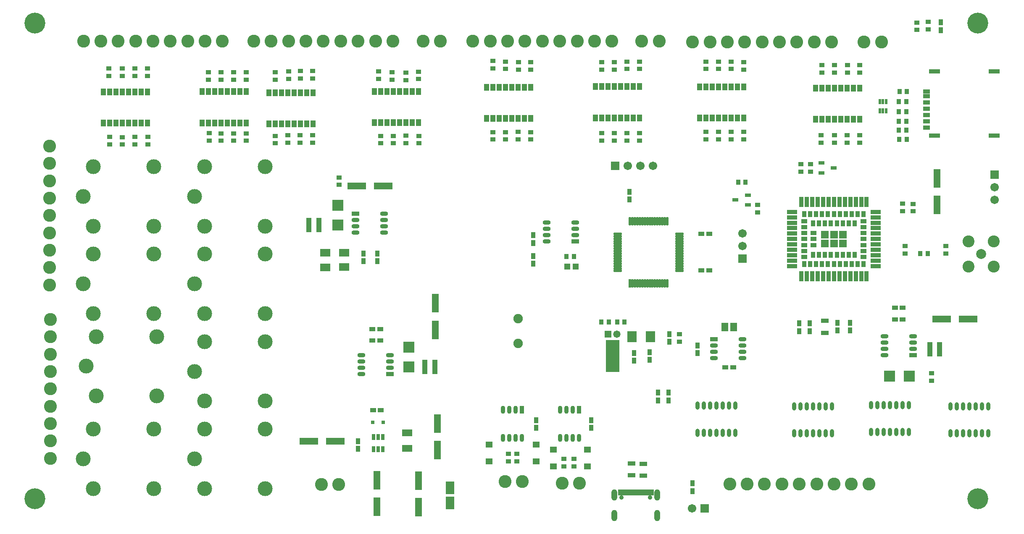
<source format=gts>
G04*
G04 #@! TF.GenerationSoftware,Altium Limited,Altium Designer,23.10.1 (27)*
G04*
G04 Layer_Color=8388736*
%FSLAX25Y25*%
%MOIN*%
G70*
G04*
G04 #@! TF.SameCoordinates,EE2D7E3A-8854-4FD1-8856-1E75453D7B45*
G04*
G04*
G04 #@! TF.FilePolarity,Negative*
G04*
G01*
G75*
%ADD60R,0.05524X0.05131*%
%ADD61R,0.03800X0.04800*%
%ADD62O,0.01981X0.07099*%
%ADD63R,0.01981X0.07099*%
%ADD64O,0.07099X0.01981*%
%ADD65O,0.06300X0.03300*%
%ADD66R,0.06300X0.03300*%
%ADD67R,0.03556X0.04147*%
%ADD68R,0.05131X0.04737*%
%ADD69R,0.04147X0.03556*%
%ADD70R,0.04800X0.03800*%
%ADD71R,0.06115X0.03359*%
%ADD72R,0.08674X0.08674*%
%ADD73O,0.03162X0.06509*%
%ADD74R,0.07493X0.08674*%
%ADD75R,0.10800X0.25800*%
%ADD76O,0.03300X0.06300*%
%ADD77R,0.03300X0.06300*%
%ADD78R,0.03162X0.04540*%
%ADD79R,0.03123X0.02572*%
%ADD80R,0.03950X0.11824*%
%ADD81R,0.05524X0.14580*%
%ADD82R,0.08083X0.05918*%
%ADD83R,0.14580X0.05524*%
%ADD84R,0.04737X0.03162*%
%ADD85R,0.03556X0.07887*%
%ADD86R,0.07887X0.03556*%
%ADD87R,0.03556X0.04737*%
%ADD88R,0.04737X0.03556*%
%ADD89R,0.05918X0.05918*%
%ADD90R,0.05642X0.03359*%
%ADD91R,0.09068X0.03556*%
%ADD92R,0.03950X0.05524*%
%ADD93R,0.06902X0.10446*%
%ADD94R,0.08083X0.05524*%
%ADD95R,0.08674X0.08674*%
%ADD96R,0.05721X0.06706*%
%ADD97R,0.01981X0.04737*%
%ADD98R,0.02375X0.04147*%
%ADD99C,0.10249*%
%ADD100C,0.05800*%
%ADD101R,0.05800X0.05800*%
%ADD102C,0.11800*%
%ADD103C,0.16548*%
%ADD104C,0.06706*%
%ADD105R,0.06706X0.06706*%
%ADD106C,0.07480*%
%ADD107R,0.06706X0.06706*%
%ADD108C,0.09461*%
%ADD109C,0.07887*%
%ADD110O,0.04737X0.09068*%
%ADD111C,0.03438*%
D60*
X431000Y45500D02*
D03*
Y58827D02*
D03*
X458000Y45500D02*
D03*
Y58827D02*
D03*
X417500Y62827D02*
D03*
X380000D02*
D03*
Y49500D02*
D03*
X417500D02*
D03*
D61*
X415000Y222902D02*
D03*
Y229098D02*
D03*
Y212500D02*
D03*
Y206402D02*
D03*
X666500Y153402D02*
D03*
Y159500D02*
D03*
X656500Y153402D02*
D03*
Y159500D02*
D03*
X634500Y159098D02*
D03*
Y152902D02*
D03*
X626000Y159000D02*
D03*
Y152803D02*
D03*
X523000Y150500D02*
D03*
Y144402D02*
D03*
X545500Y135402D02*
D03*
Y141500D02*
D03*
X514000Y97902D02*
D03*
Y104098D02*
D03*
X507500Y136098D02*
D03*
Y130000D02*
D03*
X495000Y135500D02*
D03*
Y129402D02*
D03*
X417500Y76000D02*
D03*
Y82098D02*
D03*
X461000Y76000D02*
D03*
Y82098D02*
D03*
X276000Y59402D02*
D03*
Y65598D02*
D03*
X280500Y214598D02*
D03*
Y208402D02*
D03*
X291500D02*
D03*
Y214598D02*
D03*
X738500Y398098D02*
D03*
Y391902D02*
D03*
X522500Y97902D02*
D03*
Y104098D02*
D03*
X491500Y263598D02*
D03*
Y257500D02*
D03*
X541500Y25902D02*
D03*
Y32098D02*
D03*
D62*
X499717Y190847D02*
D03*
X493811D02*
D03*
X495780D02*
D03*
X497748D02*
D03*
X501685D02*
D03*
X503653D02*
D03*
X505622D02*
D03*
X507590D02*
D03*
X509559D02*
D03*
X511527D02*
D03*
X521370Y240059D02*
D03*
X519402D02*
D03*
X517433D02*
D03*
X515465D02*
D03*
X513496D02*
D03*
X511527D02*
D03*
X509559D02*
D03*
X507590D02*
D03*
X505622D02*
D03*
X503653D02*
D03*
X501685D02*
D03*
X499717D02*
D03*
X497748D02*
D03*
X495780D02*
D03*
X491843D02*
D03*
X515465Y190847D02*
D03*
X519402D02*
D03*
X517433D02*
D03*
X521370D02*
D03*
X493811Y240059D02*
D03*
X513496Y190847D02*
D03*
D63*
X491843D02*
D03*
D64*
X531213Y200689D02*
D03*
Y204626D02*
D03*
Y206594D02*
D03*
Y208563D02*
D03*
Y210531D02*
D03*
Y212500D02*
D03*
Y214469D02*
D03*
Y216437D02*
D03*
Y218406D02*
D03*
Y220374D02*
D03*
Y222342D02*
D03*
Y224311D02*
D03*
Y226279D02*
D03*
Y230217D02*
D03*
X482000D02*
D03*
Y228248D02*
D03*
Y226279D02*
D03*
Y224311D02*
D03*
Y222342D02*
D03*
Y220374D02*
D03*
Y218406D02*
D03*
Y216437D02*
D03*
Y214469D02*
D03*
Y212500D02*
D03*
Y210531D02*
D03*
Y208563D02*
D03*
Y206594D02*
D03*
Y204626D02*
D03*
Y200689D02*
D03*
Y202658D02*
D03*
X531213Y228248D02*
D03*
Y202658D02*
D03*
D65*
X425862Y234000D02*
D03*
Y224000D02*
D03*
Y239000D02*
D03*
X448500Y234000D02*
D03*
X425862Y229000D02*
D03*
X448500D02*
D03*
Y239000D02*
D03*
X716500Y143662D02*
D03*
Y138662D02*
D03*
X693862Y133662D02*
D03*
Y138662D02*
D03*
Y143662D02*
D03*
Y148662D02*
D03*
X716500D02*
D03*
X581000Y136500D02*
D03*
Y146500D02*
D03*
Y131500D02*
D03*
X558362Y136500D02*
D03*
X581000Y141500D02*
D03*
X558362Y131500D02*
D03*
Y141500D02*
D03*
X301500Y128662D02*
D03*
Y123662D02*
D03*
X278862Y118662D02*
D03*
Y123662D02*
D03*
Y128662D02*
D03*
Y133662D02*
D03*
X301500D02*
D03*
X296638Y236000D02*
D03*
Y246000D02*
D03*
Y231000D02*
D03*
X274000Y236000D02*
D03*
Y231000D02*
D03*
X296638Y241000D02*
D03*
X274000D02*
D03*
D66*
X448500Y224000D02*
D03*
X716500Y133662D02*
D03*
X558362Y146500D02*
D03*
X301500Y118662D02*
D03*
X274000Y246000D02*
D03*
D67*
X447405Y212000D02*
D03*
X441500D02*
D03*
X577595Y271000D02*
D03*
X583500D02*
D03*
X705000Y327000D02*
D03*
X710906D02*
D03*
X711000Y335000D02*
D03*
X705094D02*
D03*
X705594Y343000D02*
D03*
X711500D02*
D03*
X705000Y319500D02*
D03*
X710906D02*
D03*
X705000Y312500D02*
D03*
X710906D02*
D03*
X705500Y305000D02*
D03*
X711406D02*
D03*
X469000Y160000D02*
D03*
X487500D02*
D03*
X722000Y214500D02*
D03*
X727906D02*
D03*
X474905Y160000D02*
D03*
X481595D02*
D03*
D68*
X442000Y204000D02*
D03*
X448693D02*
D03*
D69*
X731000Y113594D02*
D03*
Y119500D02*
D03*
X531000Y144595D02*
D03*
Y150500D02*
D03*
X402000Y55500D02*
D03*
Y49595D02*
D03*
X395500Y55500D02*
D03*
Y49595D02*
D03*
X261000Y274905D02*
D03*
Y269000D02*
D03*
X109500Y307000D02*
D03*
Y301095D02*
D03*
X99000Y307000D02*
D03*
Y301095D02*
D03*
X89000Y306906D02*
D03*
Y301000D02*
D03*
X79000Y307000D02*
D03*
Y301095D02*
D03*
X158000Y310000D02*
D03*
Y304095D02*
D03*
X167500Y309906D02*
D03*
Y304000D02*
D03*
X177500Y309906D02*
D03*
Y304000D02*
D03*
X187500Y309906D02*
D03*
Y304000D02*
D03*
X210500Y307906D02*
D03*
Y302000D02*
D03*
X220500Y308405D02*
D03*
Y302500D02*
D03*
X230000Y308405D02*
D03*
Y302500D02*
D03*
X240000Y308405D02*
D03*
Y302500D02*
D03*
X294000Y307906D02*
D03*
Y302000D02*
D03*
X304000Y307906D02*
D03*
Y302000D02*
D03*
X314000Y308000D02*
D03*
Y302095D02*
D03*
X324500Y307906D02*
D03*
Y302000D02*
D03*
X413000Y310906D02*
D03*
Y305000D02*
D03*
X403000Y311000D02*
D03*
Y305095D02*
D03*
X393000Y310906D02*
D03*
Y305000D02*
D03*
X383000Y310906D02*
D03*
Y305000D02*
D03*
X499500Y310000D02*
D03*
Y304095D02*
D03*
X489500Y310000D02*
D03*
Y304095D02*
D03*
X479500Y310000D02*
D03*
Y304095D02*
D03*
X469500Y310000D02*
D03*
Y304095D02*
D03*
X582000Y311000D02*
D03*
Y305095D02*
D03*
X572000Y311000D02*
D03*
Y305095D02*
D03*
X562000Y311000D02*
D03*
Y305095D02*
D03*
X552000Y311000D02*
D03*
Y305095D02*
D03*
X593000Y247094D02*
D03*
Y253000D02*
D03*
X627500Y279500D02*
D03*
Y285405D02*
D03*
X635000Y279500D02*
D03*
Y285405D02*
D03*
X674000Y308500D02*
D03*
Y302594D02*
D03*
X664000Y308500D02*
D03*
Y302594D02*
D03*
X654000Y308500D02*
D03*
Y302594D02*
D03*
X643500Y308500D02*
D03*
Y302594D02*
D03*
X716500Y253906D02*
D03*
Y248000D02*
D03*
X708000Y254000D02*
D03*
Y248095D02*
D03*
X728500Y398406D02*
D03*
Y392500D02*
D03*
X719500Y397905D02*
D03*
Y392000D02*
D03*
X644000Y364000D02*
D03*
Y358095D02*
D03*
X654000Y364000D02*
D03*
Y358095D02*
D03*
X664500Y364000D02*
D03*
Y358095D02*
D03*
X674000Y364000D02*
D03*
Y358095D02*
D03*
X552000Y366905D02*
D03*
Y361000D02*
D03*
X562000Y366905D02*
D03*
Y361000D02*
D03*
X572000Y366905D02*
D03*
Y361000D02*
D03*
X582000Y366500D02*
D03*
Y360595D02*
D03*
X469500Y366406D02*
D03*
Y360500D02*
D03*
X479500Y366406D02*
D03*
Y360500D02*
D03*
X489500Y366905D02*
D03*
Y361000D02*
D03*
X499500Y366905D02*
D03*
Y361000D02*
D03*
X383000Y367500D02*
D03*
Y361595D02*
D03*
X393000Y366905D02*
D03*
Y361000D02*
D03*
X403500Y366406D02*
D03*
Y360500D02*
D03*
X413000Y366406D02*
D03*
Y360500D02*
D03*
X292500Y359000D02*
D03*
Y353095D02*
D03*
X303000Y358500D02*
D03*
Y352594D02*
D03*
X314000Y358000D02*
D03*
Y352095D02*
D03*
X324000Y358906D02*
D03*
Y353000D02*
D03*
X210500Y358500D02*
D03*
Y352594D02*
D03*
X221000Y359000D02*
D03*
Y353095D02*
D03*
X230500Y359405D02*
D03*
Y353500D02*
D03*
X240000Y359405D02*
D03*
Y353500D02*
D03*
X187500Y358405D02*
D03*
Y352500D02*
D03*
X177500Y358405D02*
D03*
Y352500D02*
D03*
X167500Y358500D02*
D03*
Y352594D02*
D03*
X157500Y358500D02*
D03*
Y352594D02*
D03*
X109000Y361405D02*
D03*
Y355500D02*
D03*
X99000Y361405D02*
D03*
Y355500D02*
D03*
X89000Y361500D02*
D03*
Y355594D02*
D03*
X78500Y361500D02*
D03*
Y355594D02*
D03*
X742500Y220406D02*
D03*
X710000D02*
D03*
X447500Y45594D02*
D03*
Y51500D02*
D03*
X439500Y45594D02*
D03*
Y51500D02*
D03*
X710000Y214500D02*
D03*
X742500D02*
D03*
D70*
X708098Y171500D02*
D03*
X701902D02*
D03*
X708098Y162000D02*
D03*
X701902D02*
D03*
X573598Y124000D02*
D03*
X567500D02*
D03*
X287902Y90000D02*
D03*
X294098D02*
D03*
X287402Y145500D02*
D03*
X293598D02*
D03*
X287500Y154500D02*
D03*
X293697D02*
D03*
X554598Y230000D02*
D03*
Y201000D02*
D03*
X548500Y230000D02*
D03*
Y201000D02*
D03*
D71*
X646500Y151551D02*
D03*
Y161000D02*
D03*
X502500Y38000D02*
D03*
Y47449D02*
D03*
X493000Y38500D02*
D03*
Y47949D02*
D03*
D72*
X713500Y117000D02*
D03*
X697752D02*
D03*
D73*
X756000Y93228D02*
D03*
X751000D02*
D03*
X746000D02*
D03*
X776000Y71772D02*
D03*
X771000D02*
D03*
X766000D02*
D03*
X761000Y93228D02*
D03*
Y71772D02*
D03*
X776000Y93228D02*
D03*
X771000D02*
D03*
X766000D02*
D03*
X756000Y71772D02*
D03*
X751000D02*
D03*
X746000D02*
D03*
X632000Y93228D02*
D03*
X627000D02*
D03*
X622000D02*
D03*
X652000Y71772D02*
D03*
X647000D02*
D03*
X642000D02*
D03*
X637000Y93228D02*
D03*
Y71772D02*
D03*
X652000Y93228D02*
D03*
X647000D02*
D03*
X642000D02*
D03*
X632000Y71772D02*
D03*
X627000D02*
D03*
X622000D02*
D03*
X555500Y93728D02*
D03*
X550500D02*
D03*
X545500D02*
D03*
X575500Y72272D02*
D03*
X570500D02*
D03*
X565500D02*
D03*
X560500Y93728D02*
D03*
Y72272D02*
D03*
X575500Y93728D02*
D03*
X570500D02*
D03*
X565500D02*
D03*
X555500Y72272D02*
D03*
X550500D02*
D03*
X545500D02*
D03*
X683072Y72772D02*
D03*
X688071D02*
D03*
X693072D02*
D03*
X703071Y94228D02*
D03*
X708072D02*
D03*
X713071D02*
D03*
X693072D02*
D03*
X688071D02*
D03*
X683072D02*
D03*
X713071Y72772D02*
D03*
X708072D02*
D03*
X703071D02*
D03*
X698071Y94228D02*
D03*
Y72772D02*
D03*
D74*
X508000Y148500D02*
D03*
X493433D02*
D03*
D75*
X477937Y133000D02*
D03*
D76*
X441500Y68000D02*
D03*
Y90638D02*
D03*
X436500D02*
D03*
X446500Y68000D02*
D03*
Y90638D02*
D03*
X451500Y68000D02*
D03*
X436500D02*
D03*
X391000D02*
D03*
X406000D02*
D03*
X401000Y90638D02*
D03*
Y68000D02*
D03*
X391000Y90638D02*
D03*
X396000D02*
D03*
Y68000D02*
D03*
D77*
X451500Y90638D02*
D03*
X406000D02*
D03*
D78*
X295740Y68921D02*
D03*
X292000D02*
D03*
X288260D02*
D03*
X295740Y59079D02*
D03*
X292000D02*
D03*
X288260D02*
D03*
D79*
X287846Y80500D02*
D03*
X296153D02*
D03*
D80*
X329063Y124500D02*
D03*
X336937D02*
D03*
X237063Y237000D02*
D03*
X244937D02*
D03*
X729626Y138500D02*
D03*
X737500D02*
D03*
D81*
X337500Y153988D02*
D03*
Y175011D02*
D03*
X735500Y253000D02*
D03*
Y274023D02*
D03*
X291000Y13489D02*
D03*
Y34512D02*
D03*
X339000Y58489D02*
D03*
Y79512D02*
D03*
X324000Y13000D02*
D03*
Y34023D02*
D03*
D82*
X250000Y203583D02*
D03*
Y215000D02*
D03*
X265000Y203791D02*
D03*
Y215209D02*
D03*
D83*
X274988Y268000D02*
D03*
X296011D02*
D03*
X236989Y65500D02*
D03*
X258012D02*
D03*
X760011Y162500D02*
D03*
X738988D02*
D03*
D84*
X585343Y260937D02*
D03*
Y253063D02*
D03*
X575500Y257000D02*
D03*
X643657Y278563D02*
D03*
Y286437D02*
D03*
X653500Y282500D02*
D03*
D85*
X679559Y255528D02*
D03*
X640583D02*
D03*
X644914Y196472D02*
D03*
X675229D02*
D03*
X679559D02*
D03*
X670898D02*
D03*
X666567D02*
D03*
X662236D02*
D03*
X657906D02*
D03*
X653575D02*
D03*
X649244D02*
D03*
X640583D02*
D03*
X636252D02*
D03*
X631921D02*
D03*
X627591D02*
D03*
Y255528D02*
D03*
X631921D02*
D03*
X636252D02*
D03*
X644914D02*
D03*
X649244D02*
D03*
X653575D02*
D03*
X657906D02*
D03*
X662236D02*
D03*
X666567D02*
D03*
X670898D02*
D03*
X675229D02*
D03*
D86*
X686843Y208677D02*
D03*
Y213008D02*
D03*
Y226000D02*
D03*
Y230331D02*
D03*
X620307Y247654D02*
D03*
X686843Y234661D02*
D03*
Y238992D02*
D03*
Y247654D02*
D03*
Y204346D02*
D03*
X620307D02*
D03*
X686843Y243323D02*
D03*
Y221669D02*
D03*
Y217339D02*
D03*
X620307Y208677D02*
D03*
Y213008D02*
D03*
Y217339D02*
D03*
Y221669D02*
D03*
Y226000D02*
D03*
Y230331D02*
D03*
Y234661D02*
D03*
Y238992D02*
D03*
Y243323D02*
D03*
D87*
X672473Y245685D02*
D03*
X667748D02*
D03*
X663024D02*
D03*
X658299D02*
D03*
X670110Y238598D02*
D03*
Y213402D02*
D03*
X677197Y206315D02*
D03*
X629953D02*
D03*
Y245685D02*
D03*
X677197D02*
D03*
X665386Y213402D02*
D03*
X660662D02*
D03*
X655937D02*
D03*
X651213D02*
D03*
X646488D02*
D03*
X641764D02*
D03*
X637040D02*
D03*
Y238598D02*
D03*
X641764D02*
D03*
X646488D02*
D03*
X651213D02*
D03*
X655937D02*
D03*
X660662D02*
D03*
X665386D02*
D03*
X672473Y206315D02*
D03*
X667748D02*
D03*
X663024D02*
D03*
X658299D02*
D03*
X653575D02*
D03*
X648851D02*
D03*
X644126D02*
D03*
X639402D02*
D03*
X634677D02*
D03*
Y245685D02*
D03*
X639402D02*
D03*
X644126D02*
D03*
X648851D02*
D03*
X653575D02*
D03*
D88*
X677000Y226000D02*
D03*
Y235449D02*
D03*
X637236Y221276D02*
D03*
Y226000D02*
D03*
Y230724D02*
D03*
X677000Y240173D02*
D03*
Y211827D02*
D03*
X630150D02*
D03*
Y240173D02*
D03*
X677000Y230724D02*
D03*
Y221276D02*
D03*
Y216551D02*
D03*
X630150D02*
D03*
Y221276D02*
D03*
Y226000D02*
D03*
Y230724D02*
D03*
Y235449D02*
D03*
D89*
X660662Y229543D02*
D03*
X653575D02*
D03*
X646488D02*
D03*
Y222457D02*
D03*
X653575D02*
D03*
X660662D02*
D03*
D90*
X727142Y343315D02*
D03*
Y314575D02*
D03*
Y319575D02*
D03*
Y324575D02*
D03*
Y329575D02*
D03*
Y334575D02*
D03*
Y339575D02*
D03*
D91*
X733500Y308000D02*
D03*
X780744D02*
D03*
X733500Y359142D02*
D03*
X780744D02*
D03*
D92*
X644000Y321000D02*
D03*
X654000D02*
D03*
X664000D02*
D03*
X674000D02*
D03*
X639000Y345803D02*
D03*
X644000D02*
D03*
X649000D02*
D03*
X654000D02*
D03*
X659000D02*
D03*
X664000D02*
D03*
X669000D02*
D03*
X674000D02*
D03*
X669000Y321000D02*
D03*
X659000D02*
D03*
X649000D02*
D03*
X639000D02*
D03*
X552000Y322000D02*
D03*
X562000D02*
D03*
X572000D02*
D03*
X582000D02*
D03*
X547000Y346803D02*
D03*
X552000D02*
D03*
X557000D02*
D03*
X562000D02*
D03*
X567000D02*
D03*
X572000D02*
D03*
X577000D02*
D03*
X582000D02*
D03*
X577000Y322000D02*
D03*
X567000D02*
D03*
X557000D02*
D03*
X547000D02*
D03*
X469500Y322197D02*
D03*
X479500D02*
D03*
X489500D02*
D03*
X499500D02*
D03*
X469500Y347000D02*
D03*
X479500D02*
D03*
X489500D02*
D03*
X499500D02*
D03*
X494500Y322197D02*
D03*
X484500D02*
D03*
X474500D02*
D03*
X464500D02*
D03*
Y347000D02*
D03*
X474500D02*
D03*
X484500D02*
D03*
X494500D02*
D03*
X383000Y321697D02*
D03*
X393000D02*
D03*
X403000D02*
D03*
X413000D02*
D03*
X383000Y346500D02*
D03*
X393000D02*
D03*
X403000D02*
D03*
X413000D02*
D03*
X408000Y321697D02*
D03*
X398000D02*
D03*
X388000D02*
D03*
X378000D02*
D03*
Y346500D02*
D03*
X388000D02*
D03*
X398000D02*
D03*
X408000D02*
D03*
X294000Y318500D02*
D03*
X304000D02*
D03*
X314000D02*
D03*
X324000D02*
D03*
X294000Y343303D02*
D03*
X304000D02*
D03*
X314000D02*
D03*
X324000D02*
D03*
X319000Y318500D02*
D03*
X309000D02*
D03*
X299000D02*
D03*
X289000D02*
D03*
Y343303D02*
D03*
X299000D02*
D03*
X309000D02*
D03*
X319000D02*
D03*
X210500Y317500D02*
D03*
X220500D02*
D03*
X230500D02*
D03*
X240500D02*
D03*
X210500Y342303D02*
D03*
X220500D02*
D03*
X230500D02*
D03*
X240500D02*
D03*
X235500Y317500D02*
D03*
X225500D02*
D03*
X215500D02*
D03*
X205500D02*
D03*
Y342303D02*
D03*
X215500D02*
D03*
X225500D02*
D03*
X235500D02*
D03*
X157500Y318197D02*
D03*
X167500D02*
D03*
X177500D02*
D03*
X187500D02*
D03*
X152500Y343000D02*
D03*
X157500D02*
D03*
X162500D02*
D03*
X167500D02*
D03*
X172500D02*
D03*
X177500D02*
D03*
X182500D02*
D03*
X187500D02*
D03*
X182500Y318197D02*
D03*
X172500D02*
D03*
X162500D02*
D03*
X152500D02*
D03*
X79000Y318000D02*
D03*
X89000D02*
D03*
X99000D02*
D03*
X109000D02*
D03*
X74000Y342803D02*
D03*
X79000D02*
D03*
X84000D02*
D03*
X89000D02*
D03*
X94000D02*
D03*
X99000D02*
D03*
X104000D02*
D03*
X109000D02*
D03*
X104000Y318000D02*
D03*
X94000D02*
D03*
X84000D02*
D03*
X74000D02*
D03*
D93*
X349000Y28602D02*
D03*
Y16398D02*
D03*
D94*
X315000Y59898D02*
D03*
Y72102D02*
D03*
D95*
X260000Y237000D02*
D03*
Y252748D02*
D03*
X316500Y140248D02*
D03*
Y124500D02*
D03*
D96*
X567055Y156000D02*
D03*
X573945D02*
D03*
D97*
X484492Y24900D02*
D03*
X509689D02*
D03*
X508508D02*
D03*
X483311D02*
D03*
X486461D02*
D03*
X487642D02*
D03*
X489610D02*
D03*
X491579D02*
D03*
X493547D02*
D03*
X495516D02*
D03*
X497484D02*
D03*
X499453D02*
D03*
X501421D02*
D03*
X503390D02*
D03*
X505358D02*
D03*
X506539D02*
D03*
D98*
X692500Y327858D02*
D03*
X695059D02*
D03*
X692500Y335142D02*
D03*
X695059D02*
D03*
X689941Y327858D02*
D03*
Y335142D02*
D03*
D99*
X58323Y383000D02*
D03*
X72102D02*
D03*
X85882D02*
D03*
X99661D02*
D03*
X113441D02*
D03*
X127220D02*
D03*
X140999D02*
D03*
X154780D02*
D03*
X168559D02*
D03*
X303677D02*
D03*
X289898D02*
D03*
X276118D02*
D03*
X262339D02*
D03*
X248559D02*
D03*
X234780D02*
D03*
X221000D02*
D03*
X207221D02*
D03*
X193441D02*
D03*
X327610D02*
D03*
X341389D02*
D03*
X477456D02*
D03*
X463677D02*
D03*
X449897D02*
D03*
X436118D02*
D03*
X422338D02*
D03*
X408559D02*
D03*
X394779D02*
D03*
X381000D02*
D03*
X367220D02*
D03*
X501221D02*
D03*
X514999D02*
D03*
X541500Y382500D02*
D03*
X651736D02*
D03*
X637957D02*
D03*
X624177D02*
D03*
X610398D02*
D03*
X596618D02*
D03*
X582839D02*
D03*
X569059D02*
D03*
X555280D02*
D03*
X691279D02*
D03*
X677500D02*
D03*
X406390Y33500D02*
D03*
X392611D02*
D03*
X451890Y32000D02*
D03*
X438110D02*
D03*
X681237Y31500D02*
D03*
X247001Y31000D02*
D03*
X260780D02*
D03*
X31500Y299838D02*
D03*
Y286059D02*
D03*
Y272279D02*
D03*
Y258500D02*
D03*
Y244720D02*
D03*
Y230941D02*
D03*
Y217161D02*
D03*
Y203382D02*
D03*
Y189602D02*
D03*
X32000Y162118D02*
D03*
Y148339D02*
D03*
Y134559D02*
D03*
Y120780D02*
D03*
Y107000D02*
D03*
Y93221D02*
D03*
Y79441D02*
D03*
Y65662D02*
D03*
Y51882D02*
D03*
X571000Y31500D02*
D03*
X584780D02*
D03*
X598560D02*
D03*
X612338D02*
D03*
X626119D02*
D03*
X639897D02*
D03*
X653678D02*
D03*
X667456D02*
D03*
D100*
X481500Y150500D02*
D03*
D101*
X474500D02*
D03*
D102*
X68421Y101378D02*
D03*
X116453Y101380D02*
D03*
X60547Y125000D02*
D03*
X68421Y148622D02*
D03*
X116453Y148620D02*
D03*
X66000Y236256D02*
D03*
X114032Y236258D02*
D03*
X58126Y259878D02*
D03*
X66000Y283500D02*
D03*
X114032Y283498D02*
D03*
Y214039D02*
D03*
X66000Y214041D02*
D03*
X58126Y190419D02*
D03*
X114032Y166799D02*
D03*
X66000Y166797D02*
D03*
X154421Y97337D02*
D03*
Y27878D02*
D03*
Y166797D02*
D03*
Y236256D02*
D03*
X66000Y27878D02*
D03*
X202453Y166799D02*
D03*
X146547Y190419D02*
D03*
X154421Y214041D02*
D03*
X202453Y214039D02*
D03*
Y27880D02*
D03*
X146547Y51500D02*
D03*
X154421Y75122D02*
D03*
X202453Y75120D02*
D03*
Y97339D02*
D03*
X146547Y120959D02*
D03*
X154421Y144581D02*
D03*
X202453Y144579D02*
D03*
Y236258D02*
D03*
X146547Y259878D02*
D03*
X154421Y283500D02*
D03*
X202453Y283498D02*
D03*
X114032Y27880D02*
D03*
X58126Y51500D02*
D03*
X66000Y75122D02*
D03*
X114032Y75120D02*
D03*
D103*
X767717Y397638D02*
D03*
Y19685D02*
D03*
X19685D02*
D03*
Y397638D02*
D03*
D104*
X581000Y230500D02*
D03*
Y220500D02*
D03*
X500000Y284000D02*
D03*
X781000Y267000D02*
D03*
Y257000D02*
D03*
X541000Y12000D02*
D03*
X510000Y284000D02*
D03*
X490000D02*
D03*
D105*
X581000Y210500D02*
D03*
X781000Y277000D02*
D03*
D106*
X403000Y143157D02*
D03*
Y162843D02*
D03*
D107*
X480000Y284000D02*
D03*
X551000Y12000D02*
D03*
D108*
X780500Y204000D02*
D03*
Y224000D02*
D03*
X760500Y204000D02*
D03*
Y224000D02*
D03*
D109*
X770500Y214000D02*
D03*
D110*
X513508Y22800D02*
D03*
Y6462D02*
D03*
X479492Y22800D02*
D03*
Y6462D02*
D03*
D111*
X485122Y20832D02*
D03*
X507878D02*
D03*
M02*

</source>
